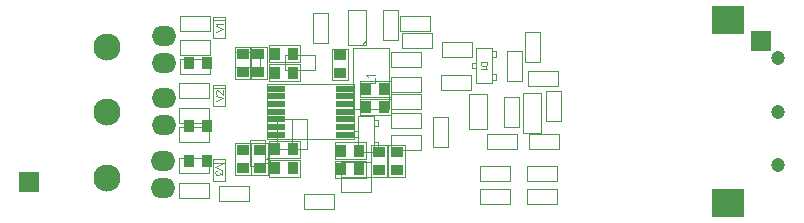
<source format=gbs>
G04*
G04 #@! TF.GenerationSoftware,Altium Limited,Altium Designer,24.10.1 (45)*
G04*
G04 Layer_Color=16711935*
%FSLAX44Y44*%
%MOMM*%
G71*
G04*
G04 #@! TF.SameCoordinates,FD984B7A-8438-4C43-BE95-A6A47EEA4E16*
G04*
G04*
G04 #@! TF.FilePolarity,Negative*
G04*
G01*
G75*
%ADD25C,0.0100*%
%ADD26R,1.1000X0.8500*%
%ADD28R,0.8500X1.1000*%
%ADD30R,1.7032X1.7032*%
%ADD37R,2.7032X2.4032*%
%ADD38O,2.1000X1.7000*%
%ADD39C,2.3000*%
%ADD40C,1.2032*%
%ADD59C,0.0050*%
%ADD60R,1.6000X0.5000*%
D25*
X214000Y-42000D02*
G03*
X214000Y-42000I-2000J0D01*
G01*
X190000Y35000D02*
G03*
X190000Y35000I-2000J0D01*
G01*
X82000Y55000D02*
G03*
X82000Y55000I-6000J0D01*
G01*
X137300Y44350D02*
X162700D01*
X137300Y31650D02*
Y44350D01*
Y31650D02*
X162700D01*
Y44350D01*
X137300Y68650D02*
X162700D01*
Y81350D01*
X137300D02*
X162700D01*
X137300Y68650D02*
Y81350D01*
X176000Y62000D02*
Y77350D01*
X166000D02*
X176000D01*
X166000Y62000D02*
Y77350D01*
Y62000D02*
X176000D01*
X166000Y77350D02*
Y80000D01*
X176000D01*
Y77350D02*
Y80000D01*
X137300Y60350D02*
X162700D01*
X137300Y47650D02*
Y60350D01*
Y47650D02*
X162700D01*
Y60350D01*
X170598Y-63236D02*
X170598Y-75936D01*
X170598Y-63236D02*
X195998D01*
X195998Y-75936D02*
X195998Y-63236D01*
X170598Y-75936D02*
X195998D01*
X175660Y-43100D02*
X175660Y-40450D01*
X165660D02*
X175660D01*
X165660Y-43100D02*
X165660Y-40450D01*
X165660Y-58450D02*
X175660D01*
X165660D02*
Y-43100D01*
X175660D01*
Y-58450D02*
Y-43100D01*
X211170Y-23495D02*
X284830D01*
Y23495D01*
X211170D02*
X284830D01*
X211170Y-23495D02*
Y23495D01*
X226300Y35650D02*
X251700D01*
Y48350D01*
X226300D02*
X251700D01*
X226300Y35650D02*
Y48350D01*
X232650Y-31700D02*
Y-6300D01*
Y-31700D02*
X245350D01*
Y-6300D01*
X232650D02*
X245350D01*
X266015Y26665D02*
Y53335D01*
Y26665D02*
X279985D01*
Y53335D01*
X266015D02*
X279985D01*
X289665Y25985D02*
X316335D01*
X289665Y12015D02*
Y25985D01*
Y12015D02*
X316335D01*
Y25985D01*
X299015Y-55335D02*
Y-28665D01*
Y-55335D02*
X312985D01*
Y-28665D01*
X299015D02*
X312985D01*
X314015Y-55335D02*
Y-28665D01*
Y-55335D02*
X327985D01*
Y-28665D01*
X314015D02*
X327985D01*
X268665Y-42015D02*
X295335D01*
X268665Y-55985D02*
Y-42015D01*
Y-55985D02*
X295335D01*
Y-42015D01*
X268665Y-26015D02*
X295335D01*
X268665Y-39985D02*
Y-26015D01*
Y-39985D02*
X295335D01*
Y-26015D01*
X184015Y-53335D02*
Y-26665D01*
Y-53335D02*
X197985D01*
Y-26665D01*
X184015D02*
X197985D01*
X212665Y-54985D02*
X239335D01*
Y-41015D01*
X212665D02*
X239335D01*
X212665Y-54985D02*
Y-41015D01*
X211985Y-53335D02*
Y-26665D01*
X198015D02*
X211985D01*
X198015Y-53335D02*
Y-26665D01*
Y-53335D02*
X211985D01*
X212665Y-38985D02*
X239335D01*
Y-25015D01*
X212665D02*
X239335D01*
X212665Y-38985D02*
Y-25015D01*
X219650Y-31700D02*
Y-6300D01*
Y-31700D02*
X232350D01*
Y-6300D01*
X219650D02*
X232350D01*
X197015Y54335D02*
X210985D01*
Y27665D02*
Y54335D01*
X197015Y27665D02*
X210985D01*
X197015D02*
Y54335D01*
X212665Y26015D02*
X239335D01*
Y39985D01*
X212665D02*
X239335D01*
X212665Y26015D02*
Y39985D01*
Y42015D02*
X239335D01*
Y55985D01*
X212665D02*
X239335D01*
X212665Y42015D02*
Y55985D01*
X197985Y27665D02*
Y54335D01*
X184015D02*
X197985D01*
X184015Y27665D02*
Y54335D01*
Y27665D02*
X197985D01*
X431300Y-65650D02*
X456700D01*
X431300Y-78350D02*
Y-65650D01*
Y-78350D02*
X456700D01*
Y-65650D01*
X431300Y-45650D02*
X456700D01*
X431300Y-58350D02*
Y-45650D01*
Y-58350D02*
X456700D01*
Y-45650D01*
X137030Y11200D02*
X162430D01*
Y23900D01*
X137030D02*
X162430D01*
X137030Y11200D02*
Y23900D01*
Y-13100D02*
X162430D01*
X137030Y-25800D02*
Y-13100D01*
Y-25800D02*
X162430D01*
Y-13100D01*
X137030Y2900D02*
X162430D01*
X137030D02*
X137030Y-9800D01*
X162430D01*
Y2900D01*
X175730Y4550D02*
Y19900D01*
X165730D02*
X175730D01*
X165730Y4550D02*
Y19900D01*
Y4550D02*
X175730D01*
X165730Y19900D02*
X165730Y22550D01*
X175730D01*
X175730Y19900D02*
X175730Y22550D01*
X136960Y-51800D02*
X162360D01*
X162360Y-39100D01*
X136960D02*
X162360D01*
X136960D02*
X136960Y-51800D01*
X136960Y-60100D02*
X162360D01*
X136960D02*
X136960Y-72800D01*
X162360D01*
X162360Y-60100D01*
X274300Y-42650D02*
X299700D01*
X274300Y-55350D02*
Y-42650D01*
Y-55350D02*
X299700D01*
Y-42650D01*
X316300Y2140D02*
X341700Y2140D01*
X341700Y14840D01*
X316300Y14840D02*
X341700Y14840D01*
X316300Y2140D02*
X316300Y14840D01*
X196650Y-24205D02*
X209350D01*
X196650Y-45795D02*
Y-24205D01*
Y-45795D02*
X209350D01*
Y-24205D01*
X205795Y37650D02*
Y50350D01*
X184205D02*
X205795D01*
X184205Y37650D02*
Y50350D01*
Y37650D02*
X205795D01*
X443620Y-18145D02*
Y16145D01*
X428380D02*
X443620D01*
X428380Y-18145D02*
Y16145D01*
Y-18145D02*
X443620D01*
X285000Y-16500D02*
X288000D01*
X285000Y-21500D02*
Y-16500D01*
Y-21500D02*
X288000D01*
X302000Y-7000D02*
X305000D01*
Y-12000D02*
Y-7000D01*
X302000Y-12000D02*
X305000D01*
X302000Y-26000D02*
X305000D01*
Y-31000D02*
Y-26000D01*
X302000Y-31000D02*
X305000D01*
X302000Y-34240D02*
Y-3760D01*
X288000Y-34240D02*
X302000Y-34240D01*
X288000Y-34240D02*
Y-3760D01*
X302000Y-3760D01*
X457950Y21650D02*
Y34350D01*
X432550Y21650D02*
X457950D01*
X432550D02*
Y34350D01*
X457950D01*
X430150Y42300D02*
X442850D01*
X430150D02*
Y67700D01*
X442850D01*
Y42300D02*
Y67700D01*
X391300Y-78350D02*
Y-65650D01*
X416700D01*
Y-78350D02*
Y-65650D01*
X391300Y-78350D02*
X416700D01*
X274300Y-68350D02*
Y-55650D01*
X299700D01*
Y-68350D02*
Y-55650D01*
X274300Y-68350D02*
X299700D01*
X391300Y-58350D02*
Y-45650D01*
X416700D01*
Y-58350D02*
Y-45650D01*
X391300Y-58350D02*
X416700D01*
X341700Y-19650D02*
X341700Y-32350D01*
X316300D02*
X341700D01*
X316300D02*
X316300Y-19650D01*
X341700D01*
X324300Y81350D02*
X324300Y68650D01*
X324300Y81350D02*
X349700D01*
X349700Y68650D02*
X349700Y81350D01*
X324300Y68650D02*
X349700D01*
X350700Y53650D02*
Y66350D01*
X325300Y53650D02*
X350700Y53650D01*
X325300Y53650D02*
X325300Y66350D01*
X350700D01*
X414650Y51700D02*
X427350D01*
Y26300D02*
Y51700D01*
X414650Y26300D02*
X427350D01*
X414650D02*
Y51700D01*
X411650Y-12700D02*
X424350D01*
X411650Y12700D02*
X411650Y-12700D01*
X411650Y12700D02*
X424350Y12700D01*
Y-12700D02*
Y12700D01*
X242300Y-82350D02*
Y-69650D01*
X267700D01*
Y-82350D02*
Y-69650D01*
X242300Y-82350D02*
X267700D01*
X295490Y85605D02*
X295490Y56395D01*
X279490D02*
X295490D01*
X279490Y85605D02*
X279490Y56395D01*
X279490Y85605D02*
X295490D01*
X291490Y56500D02*
X295490Y60500D01*
X398000Y-14605D02*
Y14605D01*
X382000Y-14605D02*
X398000Y-14605D01*
X382000Y-14605D02*
Y14605D01*
X398000D01*
X283760Y54035D02*
X314240D01*
Y1965D02*
Y54035D01*
X283760Y1965D02*
X314240D01*
X283760D02*
Y54035D01*
X385000Y41500D02*
X388000D01*
X385000Y36500D02*
Y41500D01*
Y36500D02*
X388000D01*
X402000Y51000D02*
X405000D01*
Y46000D02*
Y51000D01*
X402000Y46000D02*
X405000D01*
X402000Y32000D02*
X405000D01*
Y27000D02*
Y32000D01*
X402000Y27000D02*
X405000D01*
X402000Y24395D02*
Y53605D01*
X388000Y24395D02*
X402000D01*
X388000D02*
Y53605D01*
X402000D01*
X433300Y-31350D02*
Y-18650D01*
X458700D01*
Y-31350D02*
Y-18650D01*
X433300Y-31350D02*
X458700D01*
X351650Y-4300D02*
X364350D01*
Y-29700D02*
Y-4300D01*
X351650Y-29700D02*
X364350D01*
X351650D02*
Y-4300D01*
X447650Y17200D02*
X460350D01*
Y-8200D02*
Y17200D01*
X447650Y-8200D02*
X460350D01*
X447650D02*
Y17200D01*
X341700Y-1160D02*
X341700Y-13860D01*
X316300Y-13860D02*
X341700Y-13860D01*
X316300Y-1160D02*
X316300Y-13860D01*
X316300Y-1160D02*
X341700Y-1160D01*
X341700Y29350D02*
X341700Y16650D01*
X316300D02*
X341700D01*
X316300D02*
Y29350D01*
X341700D01*
X250140Y58300D02*
X262840Y58300D01*
X250140Y58300D02*
Y83700D01*
X262840Y83700D01*
Y58300D02*
Y83700D01*
X309650Y60300D02*
X322350Y60300D01*
X309650Y60300D02*
Y85700D01*
X322350Y85700D01*
Y60300D02*
Y85700D01*
X359602Y46602D02*
Y59302D01*
X385002D01*
Y46602D02*
Y59302D01*
X359602Y46602D02*
X385002D01*
X316300Y37650D02*
Y50350D01*
X341700D01*
Y37650D02*
Y50350D01*
X316300Y37650D02*
X341700D01*
X358300Y31350D02*
X358300Y18650D01*
X358300Y31350D02*
X383700D01*
X383700Y18650D02*
X383700Y31350D01*
X358300Y18650D02*
X383700D01*
X397300Y-31350D02*
Y-18650D01*
X422700D01*
Y-31350D02*
Y-18650D01*
X397300Y-31350D02*
X422700D01*
X289665Y-2985D02*
Y10985D01*
X316335D01*
Y-2985D02*
Y10985D01*
X289665Y-2985D02*
X316335D01*
D26*
X273000Y47620D02*
D03*
Y32380D02*
D03*
X306000Y-34380D02*
D03*
Y-49620D02*
D03*
X321000Y-34380D02*
D03*
Y-49620D02*
D03*
X191000Y-32380D02*
D03*
Y-47620D02*
D03*
X205000D02*
D03*
Y-32380D02*
D03*
X204000Y33380D02*
D03*
Y48620D02*
D03*
X191000Y33380D02*
D03*
Y48620D02*
D03*
D28*
X160620Y41000D02*
D03*
X145380D02*
D03*
X160620Y-12000D02*
D03*
X145380D02*
D03*
Y-42000D02*
D03*
X160620D02*
D03*
X310620Y19000D02*
D03*
X295380D02*
D03*
X289620Y-49000D02*
D03*
X274380D02*
D03*
X289620Y-33000D02*
D03*
X274380D02*
D03*
X218380Y-48000D02*
D03*
X233620D02*
D03*
X218380Y-32000D02*
D03*
X233620D02*
D03*
X218380Y33000D02*
D03*
X233620D02*
D03*
X218380Y49000D02*
D03*
X233620D02*
D03*
X310620Y4000D02*
D03*
X295380D02*
D03*
D30*
X10000Y-60000D02*
D03*
X630000Y60000D02*
D03*
D37*
X602000Y-77800D02*
D03*
Y77800D02*
D03*
D38*
X123660Y-64450D02*
D03*
Y-41450D02*
D03*
X123730Y-11450D02*
D03*
X123730Y11550D02*
D03*
X124000Y41000D02*
D03*
Y64000D02*
D03*
D39*
X76000Y-56000D02*
D03*
Y-500D02*
D03*
Y55000D02*
D03*
D40*
X644000Y0D02*
D03*
Y-45000D02*
D03*
Y45000D02*
D03*
D59*
X168051Y67565D02*
X174049Y69850D01*
X168051Y72136D02*
X174049Y69850D01*
X169193Y72907D02*
X168908Y73478D01*
X168051Y74335D01*
X174049D01*
X173609Y-44730D02*
X167611Y-47015D01*
X173609Y-49300D02*
X167611Y-47015D01*
X173609Y-50643D02*
Y-53785D01*
X171324Y-52071D01*
Y-52928D01*
X171039Y-53499D01*
X170753Y-53785D01*
X169896Y-54070D01*
X169325D01*
X168468Y-53785D01*
X167896Y-53214D01*
X167611Y-52357D01*
Y-51500D01*
X167896Y-50643D01*
X168182Y-50357D01*
X168753Y-50071D01*
X167781Y8830D02*
X173779Y11115D01*
X167781Y13400D02*
X173779Y11115D01*
X169209Y14457D02*
X168923D01*
X168352Y14743D01*
X168066Y15028D01*
X167781Y15600D01*
Y16742D01*
X168066Y17313D01*
X168352Y17599D01*
X168923Y17885D01*
X169495D01*
X170066Y17599D01*
X170923Y17028D01*
X173779Y14171D01*
Y18170D01*
X295301Y24504D02*
X302799D01*
Y28789D01*
X296729Y29610D02*
X296372Y30324D01*
X295301Y31396D01*
X302799D01*
X397449Y41871D02*
X392450D01*
X397449D02*
Y40205D01*
X397211Y39490D01*
X396735Y39014D01*
X396259Y38776D01*
X395545Y38538D01*
X394355D01*
X393641Y38776D01*
X393165Y39014D01*
X392689Y39490D01*
X392450Y40205D01*
Y41871D01*
X396497Y37419D02*
X396735Y36943D01*
X397449Y36229D01*
X392450D01*
D60*
X218790Y-19500D02*
D03*
Y-13000D02*
D03*
Y-6500D02*
D03*
Y0D02*
D03*
Y6500D02*
D03*
Y13000D02*
D03*
Y19500D02*
D03*
X277210D02*
D03*
Y13000D02*
D03*
Y6500D02*
D03*
Y0D02*
D03*
Y-6500D02*
D03*
Y-13000D02*
D03*
Y-19500D02*
D03*
M02*

</source>
